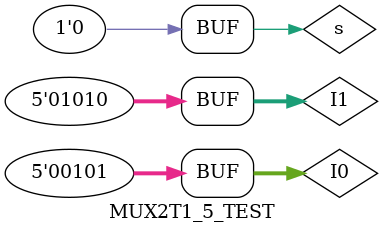
<source format=v>
`timescale 1ns / 1ps


module MUX2T1_5_TEST;

	// Inputs
	reg [4:0] I0;
	reg [4:0] I1;
	reg s;

	// Outputs
	wire [4:0] o;

	// Instantiate the Unit Under Test (UUT)
	MUX2T1_5 uut (
		.I0(I0), 
		.I1(I1), 
		.s(s), 
		.o(o)
	);

	initial begin
      s = 0;
		I0 = 0;
		I1 = 1;
		#50;
		s = 0;
		#50;
		s = 1;
		#50;
		I0 = 5'h05;
		I1 = 5'h0A;
		#50;
		s = 0;
		#50;
		s = 1;
		#50;
		s = 0;
		#50;
	end
      
endmodule


</source>
